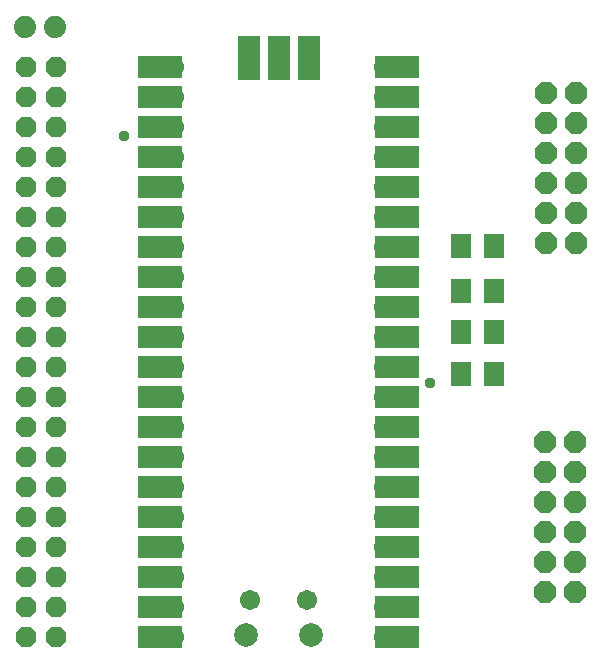
<source format=gbr>
G04 EAGLE Gerber RS-274X export*
G75*
%MOMM*%
%FSLAX34Y34*%
%LPD*%
%INSoldermask Top*%
%IPPOS*%
%AMOC8*
5,1,8,0,0,1.08239X$1,22.5*%
G01*
%ADD10C,1.711200*%
%ADD11R,3.703200X1.903200*%
%ADD12C,2.003200*%
%ADD13C,1.703200*%
%ADD14R,1.903200X3.703200*%
%ADD15P,1.869504X8X112.500000*%
%ADD16C,1.879600*%
%ADD17R,1.803200X2.006200*%
%ADD18P,2.034460X8X292.500000*%
%ADD19C,0.959600*%


D10*
X370681Y26988D03*
X370681Y52388D03*
X370681Y179388D03*
X370681Y204788D03*
X370681Y77788D03*
X370681Y103188D03*
X370681Y153988D03*
X370681Y128588D03*
X370681Y230188D03*
X370681Y255588D03*
X370681Y280988D03*
X370681Y306388D03*
X370681Y331788D03*
X370681Y357188D03*
X370681Y382588D03*
X370681Y407988D03*
X370681Y433388D03*
X370681Y458788D03*
X370681Y484188D03*
X370681Y509588D03*
X192881Y509588D03*
X192881Y484188D03*
X192881Y458788D03*
X192881Y433388D03*
X192881Y407988D03*
X192881Y382588D03*
X192881Y357188D03*
X192881Y331788D03*
X192881Y306388D03*
X192881Y280988D03*
X192881Y255588D03*
X192881Y230188D03*
X192881Y204788D03*
X192881Y179388D03*
X192881Y153988D03*
X192881Y128588D03*
X192881Y103188D03*
X192881Y77788D03*
X192881Y52388D03*
X192881Y26988D03*
D11*
X381781Y26988D03*
X381781Y52388D03*
X381781Y77788D03*
X381781Y103188D03*
X381781Y128588D03*
X381781Y153988D03*
X381781Y179388D03*
X381781Y204788D03*
X381781Y230188D03*
X381781Y255588D03*
X381781Y280988D03*
X381781Y306388D03*
X381781Y331788D03*
X381781Y357188D03*
X381781Y382588D03*
X381781Y407988D03*
X381781Y433388D03*
X381781Y458788D03*
X381781Y484188D03*
X381781Y509588D03*
X181781Y509588D03*
X181781Y484188D03*
X181781Y458788D03*
X181781Y433388D03*
X181781Y407988D03*
X181781Y382588D03*
X181781Y357188D03*
X181781Y331788D03*
X181781Y306388D03*
X181781Y280988D03*
X181781Y255588D03*
X181781Y230188D03*
X181781Y204788D03*
X181781Y179388D03*
X181781Y153988D03*
X181781Y128588D03*
X181781Y103188D03*
X181781Y77788D03*
X181781Y52388D03*
X181781Y26988D03*
D12*
X309031Y28288D03*
X254531Y28288D03*
D13*
X306031Y58588D03*
X257531Y58588D03*
D10*
X307181Y507288D03*
X281781Y507288D03*
X256381Y507288D03*
D14*
X307181Y517538D03*
X281781Y517538D03*
X256381Y517538D03*
D15*
X93663Y26988D03*
X68263Y26988D03*
X93663Y52388D03*
X68263Y52388D03*
X93663Y77788D03*
X68263Y77788D03*
X93663Y103188D03*
X68263Y103188D03*
X93663Y128588D03*
X68263Y128588D03*
X93663Y153988D03*
X68263Y153988D03*
X93663Y179388D03*
X68263Y179388D03*
X93663Y204788D03*
X68263Y204788D03*
X93663Y230188D03*
X68263Y230188D03*
X93663Y255588D03*
X68263Y255588D03*
X93663Y280988D03*
X68263Y280988D03*
X93663Y306388D03*
X68263Y306388D03*
X93663Y331788D03*
X68263Y331788D03*
X93663Y357188D03*
X68263Y357188D03*
X93663Y382588D03*
X68263Y382588D03*
X93663Y407988D03*
X68263Y407988D03*
X93663Y433388D03*
X68263Y433388D03*
X93663Y458788D03*
X68263Y458788D03*
X93663Y484188D03*
X68263Y484188D03*
X93663Y509588D03*
X68263Y509588D03*
D16*
X67469Y543719D03*
X92869Y543719D03*
D17*
X464308Y250031D03*
X435868Y250031D03*
X464308Y357981D03*
X435868Y357981D03*
X464308Y284956D03*
X435868Y284956D03*
X464308Y319881D03*
X435868Y319881D03*
D18*
X507206Y192088D03*
X532606Y192088D03*
X507206Y166688D03*
X532606Y166688D03*
X507206Y141288D03*
X532606Y141288D03*
X507206Y115888D03*
X532606Y115888D03*
X507206Y90488D03*
X532606Y90488D03*
X507206Y65088D03*
X532606Y65088D03*
X508000Y487363D03*
X533400Y487363D03*
X508000Y461963D03*
X533400Y461963D03*
X508000Y436563D03*
X533400Y436563D03*
X508000Y411163D03*
X533400Y411163D03*
X508000Y385763D03*
X533400Y385763D03*
X508000Y360363D03*
X533400Y360363D03*
D19*
X410178Y242316D03*
X150590Y451485D03*
M02*

</source>
